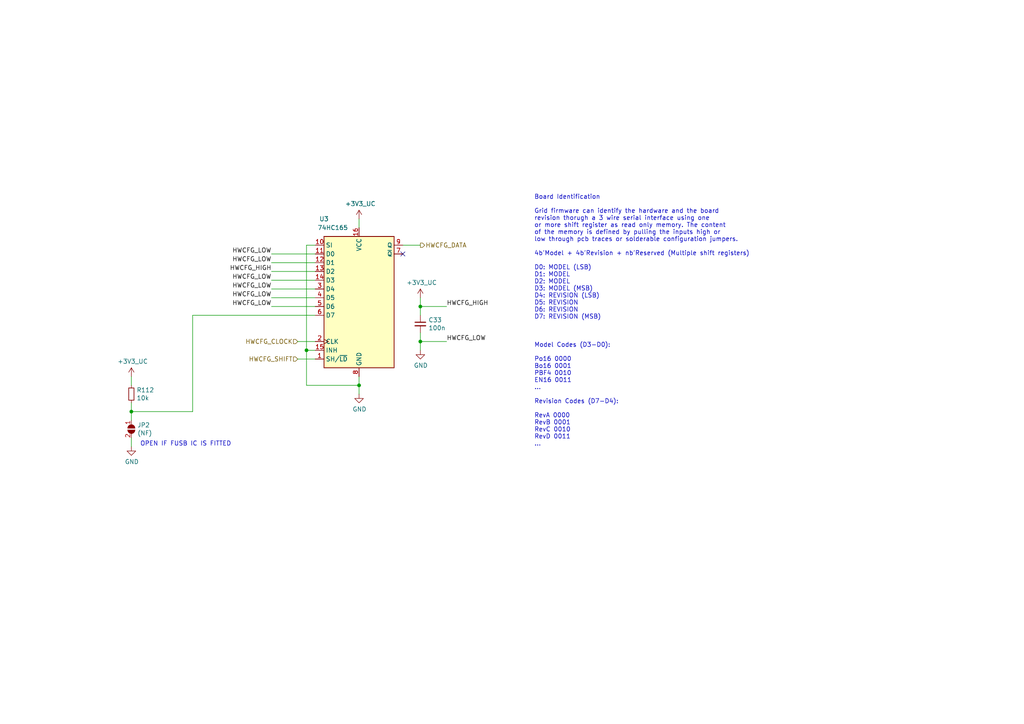
<source format=kicad_sch>
(kicad_sch (version 20211123) (generator eeschema)
  (paper "A4")
  (lib_symbols
    (symbol "power:GND" (power) (pin_names (offset 0))
      (property "Value" "GND" (at 0 -3.81 0))
      (symbol "GND_0_1"
        (polyline (pts (xy 0 0) (xy 0 -1.27) (xy 1.27 -1.27) (xy 0 -2.54) (xy -1.27 -1.27) (xy 0 -1.27)))
      )
      (symbol "GND_1_1"
        (pin power_in line (at 0 0 270) (length 0) hide (name "GND") (number "1"))
      )
    )
    (symbol "suku_basics:+3V3_UC" (power) (pin_names (offset 0))
      (property "Value" "+3V3_UC" (at 0 3.556 0))
      (symbol "+3V3_UC_0_1"
        (polyline (pts (xy -0.762 1.27) (xy 0 2.54)))
        (polyline (pts (xy 0 0) (xy 0 2.54)))
        (polyline (pts (xy 0 2.54) (xy 0.762 1.27)))
      )
      (symbol "+3V3_UC_1_1"
        (pin power_in line (at 0 0 90) (length 0) hide (name "+3V3_UC") (number "1"))
      )
    )
    (symbol "suku_basics:74HC165"
      (property "Reference" "U" (at -15.24 25.4 0))
      (property "Value" "74HC165" (at -12.7 20.32 0))
      (symbol "74HC165_1_0"
        (pin input line (at -12.7 12.7 0) (length 2.54) (name "D0") (number "11"))
        (pin input line (at -12.7 10.16 0) (length 2.54) (name "D1") (number "12"))
        (pin input line (at -12.7 7.62 0) (length 2.54) (name "D2") (number "13"))
        (pin input line (at -12.7 5.08 0) (length 2.54) (name "D3") (number "14"))
        (pin power_in line (at 0 20.32 270) (length 2.54) (name "VCC") (number "16"))
        (pin input clock (at -12.7 -12.7 0) (length 2.54) (name "CLK") (number "2"))
        (pin input line (at -12.7 2.54 0) (length 2.54) (name "D4") (number "3"))
        (pin input line (at -12.7 0 0) (length 2.54) (name "D5") (number "4"))
        (pin input line (at -12.7 -2.54 0) (length 2.54) (name "D6") (number "5"))
        (pin input line (at -12.7 -5.08 0) (length 2.54) (name "D7") (number "6"))
        (pin power_in line (at 0 -22.86 90) (length 2.54) (name "GND") (number "8"))
        (pin output line (at 12.7 15.24 180) (length 2.54) (name "Q") (number "9"))
      )
      (symbol "74HC165_1_1"
        (rectangle (start -10.16 17.78) (end 10.16 -20.32) (stroke (width 0.254)) (fill (type background)))
        (pin input line (at -12.7 -17.78 0) (length 2.54) (name "SH/~{LD}") (number "1"))
        (pin input line (at -12.7 15.24 0) (length 2.54) (name "SI") (number "10"))
        (pin input line (at -12.7 -15.24 0) (length 2.54) (name "INH") (number "15"))
        (pin output line (at 12.7 12.7 180) (length 2.54) (name "~{Q}") (number "7"))
      )
    )
    (symbol "suku_basics:CAP" (pin_numbers hide) (pin_names (offset 0.254) hide)
      (property "Reference" "C" (at 0.254 1.778 0))
      (property "Value" "CAP" (at 0.254 -2.032 0))
      (symbol "CAP_0_1"
        (polyline (pts (xy -1.524 -0.508) (xy 1.524 -0.508)) (stroke (width 0.3302)))
        (polyline (pts (xy -1.524 0.508) (xy 1.524 0.508)) (stroke (width 0.3048)))
      )
      (symbol "CAP_1_1"
        (pin passive line (at 0 2.54 270) (length 2.032) (name "~") (number "1"))
        (pin passive line (at 0 -2.54 90) (length 2.032) (name "~") (number "2"))
      )
    )
    (symbol "suku_basics:JP_SolderJumper_2_Open" (pin_names (offset 0) hide)
      (property "Reference" "JP" (at 0 2.032 0))
      (property "Value" "JP_SolderJumper_2_Open" (at 0 -2.54 0))
      (symbol "JP_SolderJumper_2_Open_0_1"
        (arc (start -0.254 1.016) (mid -1.27 0) (end -0.254 -1.016))
        (arc (start -0.254 1.016) (mid -1.27 0) (end -0.254 -1.016) (fill (type outline)))
        (polyline (pts (xy -0.254 1.016) (xy -0.254 -1.016)))
        (polyline (pts (xy 0.254 1.016) (xy 0.254 -1.016)))
        (arc (start 0.254 -1.016) (mid 1.27 0) (end 0.254 1.016))
        (arc (start 0.254 -1.016) (mid 1.27 0) (end 0.254 1.016) (fill (type outline)))
      )
      (symbol "JP_SolderJumper_2_Open_1_1"
        (pin passive line (at -2.54 0 0) (length 1.27) (name "A") (number "1"))
        (pin passive line (at 2.54 0 180) (length 1.27) (name "B") (number "2"))
      )
    )
    (symbol "suku_basics:RES" (pin_numbers hide) (pin_names (offset 0.254) hide)
      (property "Reference" "R" (at 0.762 0.508 0))
      (property "Value" "RES" (at 0.762 -1.016 0))
      (symbol "RES_1_1"
        (rectangle (start -0.762 1.778) (end 0.762 -1.778) (stroke (width 0.2032)))
        (pin passive line (at 0 2.54 270) (length 0.762) (name "~") (number "1"))
        (pin passive line (at 0 -2.54 90) (length 0.762) (name "~") (number "2"))
      )
    )
  )
  (junction (at 88.9 101.6))
  (junction (at 121.92 99.06))
  (junction (at 121.92 88.9))
  (junction (at 38.1 119.38))
  (junction (at 104.14 111.76))
  (no_connect (at 116.84 73.66))
  (wire (pts (xy 88.9 71.12) (xy 88.9 101.6)))
  (wire (pts (xy 121.92 88.9) (xy 121.92 91.44)))
  (wire (pts (xy 55.88 119.38) (xy 55.88 91.44)))
  (wire (pts (xy 91.44 76.2) (xy 78.74 76.2)))
  (wire (pts (xy 38.1 119.38) (xy 55.88 119.38)))
  (wire (pts (xy 38.1 119.38) (xy 38.1 121.92)))
  (wire (pts (xy 104.14 111.76) (xy 104.14 109.22)))
  (wire (pts (xy 91.44 99.06) (xy 86.36 99.06)))
  (wire (pts (xy 121.92 99.06) (xy 129.54 99.06)))
  (wire (pts (xy 121.92 96.52) (xy 121.92 99.06)))
  (wire (pts (xy 88.9 111.76) (xy 104.14 111.76)))
  (wire (pts (xy 78.74 73.66) (xy 91.44 73.66)))
  (wire (pts (xy 91.44 78.74) (xy 78.74 78.74)))
  (wire (pts (xy 91.44 81.28) (xy 78.74 81.28)))
  (wire (pts (xy 88.9 101.6) (xy 88.9 111.76)))
  (wire (pts (xy 55.88 91.44) (xy 91.44 91.44)))
  (wire (pts (xy 38.1 116.84) (xy 38.1 119.38)))
  (wire (pts (xy 104.14 114.3) (xy 104.14 111.76)))
  (wire (pts (xy 78.74 83.82) (xy 91.44 83.82)))
  (wire (pts (xy 91.44 88.9) (xy 78.74 88.9)))
  (wire (pts (xy 104.14 63.5) (xy 104.14 66.04)))
  (wire (pts (xy 91.44 86.36) (xy 78.74 86.36)))
  (wire (pts (xy 116.84 71.12) (xy 121.92 71.12)))
  (wire (pts (xy 121.92 86.36) (xy 121.92 88.9)))
  (wire (pts (xy 91.44 104.14) (xy 86.36 104.14)))
  (wire (pts (xy 38.1 109.22) (xy 38.1 111.76)))
  (wire (pts (xy 91.44 101.6) (xy 88.9 101.6)))
  (wire (pts (xy 38.1 129.54) (xy 38.1 127)))
  (wire (pts (xy 121.92 99.06) (xy 121.92 101.6)))
  (wire (pts (xy 121.92 88.9) (xy 129.54 88.9)))
  (wire (pts (xy 91.44 71.12) (xy 88.9 71.12)))
  (text "Board Identification\n\nGrid firmware can identify the hardware and the board \nrevision thorugh a 3 wire serial interface using one \nor more shift register as read only memory. The content\nof the memory is defined by pulling the inputs high or\nlow through pcb traces or solderable configuration jumpers.\n\n4b'Model + 4b'Revision + nb'Reserved (Multiple shift registers)\n\nD0: MODEL (LSB)\nD1: MODEL\nD2: MODEL\nD3: MODEL (MSB)\nD4: REVISION (LSB)\nD5: REVISION\nD6: REVISION\nD7: REVISION (MSB)\n\n\n\nModel Codes (D3-D0):\n\nPo16 0000\nBo16 0001\nPBF4 0010\nEN16 0011\n...\n\nRevision Codes (D7-D4):\n\nRevA 0000\nRevB 0001\nRevC 0010\nRevD 0011\n...\n" (at 154.94 129.54 0) (effects (font (size 1.27 1.27)) (justify left bottom)))
  (text "OPEN IF FUSB IC IS FITTED" (at 40.64 129.54 0) (effects (font (size 1.27 1.27)) (justify left bottom)))
  (label "HWCFG_LOW" (at 129.54 99.06 0))
  (label "HWCFG_HIGH" (at 129.54 88.9 0))
  (label "HWCFG_HIGH" (at 78.74 78.74 180))
  (label "HWCFG_LOW" (at 78.74 83.82 180))
  (label "HWCFG_LOW" (at 78.74 86.36 180))
  (label "HWCFG_LOW" (at 78.74 73.66 180))
  (label "HWCFG_LOW" (at 78.74 88.9 180))
  (label "HWCFG_LOW" (at 78.74 81.28 180))
  (label "HWCFG_LOW" (at 78.74 76.2 180))
  (hierarchical_label "HWCFG_SHIFT" (shape input) (at 86.36 104.14 180))
  (hierarchical_label "HWCFG_DATA" (shape output) (at 121.92 71.12 0))
  (hierarchical_label "HWCFG_CLOCK" (shape input) (at 86.36 99.06 180))
  (symbol (lib_id "suku_basics:74HC165") (at 104.14 86.36 0) (unit 1)
    (property "Reference" "U3" (at 93.98 63.5 0))
    (property "Value" "74HC165" (at 96.52 66.04 0))
    (property "Footprint" "suku_basics:SOIC-16_74HC165" (effects hide))
  )
  (symbol (lib_id "power:GND") (at 104.14 114.3 0) (unit 1)
    (property "Reference" "#PWR0155" (effects hide))
    (property "Value" "GND" (at 104.267 118.6942 0))
  )
  (symbol (lib_id "suku_basics:CAP") (at 121.92 93.98 0) (unit 1)
    (property "Reference" "C33" (at 124.2568 92.8116 0) (effects (justify left)))
    (property "Value" "100n" (at 124.2568 95.123 0) (effects (justify left)))
    (property "Footprint" "suku_basics:CAP_0805" (effects hide))
  )
  (symbol (lib_id "power:GND") (at 121.92 101.6 0) (unit 1)
    (property "Reference" "#PWR0154" (effects hide))
    (property "Value" "GND" (at 122.047 105.9942 0))
  )
  (symbol (lib_id "suku_basics:+3V3_UC") (at 121.92 86.36 0) (unit 1)
    (property "Reference" "#PWR0153" (effects hide))
    (property "Value" "+3V3_UC" (at 122.301 81.9658 0))
  )
  (symbol (lib_id "suku_basics:+3V3_UC") (at 104.14 63.5 0) (unit 1)
    (property "Reference" "#PWR0151" (effects hide))
    (property "Value" "+3V3_UC" (at 104.521 59.1058 0))
  )
  (symbol (lib_id "suku_basics:RES") (at 38.1 114.3 0) (unit 1)
    (property "Reference" "R112" (at 39.5986 113.1316 0) (effects (justify left)))
    (property "Value" "10k" (at 39.5986 115.443 0) (effects (justify left)))
    (property "Footprint" "suku_basics:RES_0805" (effects hide))
  )
  (symbol (lib_id "power:GND") (at 38.1 129.54 0) (unit 1)
    (property "Reference" "#PWR0348" (effects hide))
    (property "Value" "GND" (at 38.227 133.9342 0))
  )
  (symbol (lib_id "suku_basics:JP_SolderJumper_2_Open") (at 38.1 124.46 270) (unit 1)
    (property "Reference" "JP2" (at 39.8272 123.2916 90) (effects (justify left)))
    (property "Value" "(NF)" (at 39.8272 125.603 90) (effects (justify left)))
    (property "Footprint" "Jumper:SolderJumper-2_P1.3mm_Open_TrianglePad1.0x1.5mm" (effects hide))
  )
  (symbol (lib_id "suku_basics:+3V3_UC") (at 38.1 109.22 0) (unit 1)
    (property "Reference" "#PWR0349" (effects hide))
    (property "Value" "+3V3_UC" (at 38.481 104.8258 0))
  )
)
</source>
